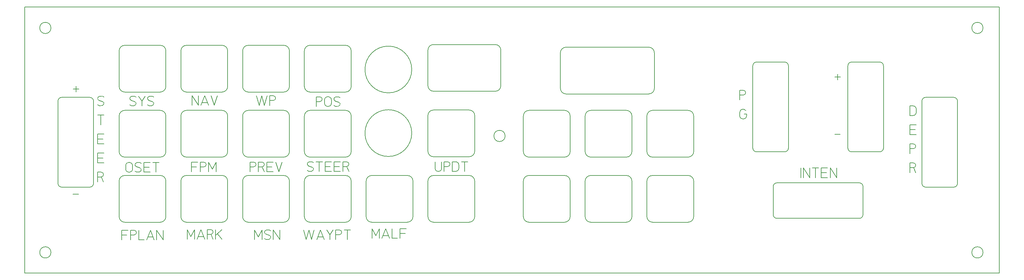
<source format=gbr>
G04 #@! TF.GenerationSoftware,KiCad,Pcbnew,(5.1.4)-1*
G04 #@! TF.CreationDate,2019-08-18T12:41:48-04:00*
G04 #@! TF.ProjectId,A-10C-UFC,412d3130-432d-4554-9643-2e6b69636164,1.2*
G04 #@! TF.SameCoordinates,Original*
G04 #@! TF.FileFunction,Drawing*
%FSLAX46Y46*%
G04 Gerber Fmt 4.6, Leading zero omitted, Abs format (unit mm)*
G04 Created by KiCad (PCBNEW (5.1.4)-1) date 2019-08-18 12:41:48*
%MOMM*%
%LPD*%
G04 APERTURE LIST*
%ADD10C,0.200000*%
G04 APERTURE END LIST*
D10*
X106650940Y-80668000D02*
X106650940Y-78105000D01*
X145256270Y-95766000D02*
X146196040Y-95766000D01*
X145256270Y-98329000D02*
X145256270Y-95766000D01*
X94237863Y-80771528D02*
G75*
G02X93440483Y-80800006I-454304J1542948D01*
G01*
X169456040Y-76932000D02*
X185935040Y-76932000D01*
X169456040Y-76932000D02*
G75*
G02X167956040Y-75432000I0J1500000D01*
G01*
X167955540Y-83432000D02*
X167955540Y-92932000D01*
X167955540Y-83432000D02*
G75*
G02X169455540Y-81932000I1500000J0D01*
G01*
X178955540Y-81932000D02*
X169455540Y-81932000D01*
X178955540Y-81932000D02*
G75*
G02X180455540Y-83432000I0J-1500000D01*
G01*
X299923540Y-79556000D02*
G75*
G02X300923540Y-78556000I1000000J0D01*
G01*
X308423540Y-78556000D02*
X300923540Y-78556000D01*
X308423540Y-78556000D02*
G75*
G02X309423540Y-79556000I0J-1000000D01*
G01*
X309423540Y-101556000D02*
X309423540Y-79556000D01*
X296696270Y-80839000D02*
X297579080Y-80839000D01*
X251254275Y-82600333D02*
G75*
G02X252877502Y-82116213I877635J20693D01*
G01*
X251254270Y-83454670D02*
X251254270Y-82600330D01*
X296696270Y-97359500D02*
X297693000Y-97359500D01*
X297636040Y-97359500D02*
X296696270Y-97359500D01*
X297636040Y-96077999D02*
G75*
G02X297636040Y-97359501I0J-640751D01*
G01*
X296696270Y-96078000D02*
X297636040Y-96078000D01*
X124634530Y-115098630D02*
X125631250Y-115440370D01*
X124634531Y-115098641D02*
G75*
G02X124378229Y-114301258I166968J493551D01*
G01*
X136455540Y-111932000D02*
G75*
G02X134955540Y-110432000I0J1500000D01*
G01*
X134955540Y-83534000D02*
X134955540Y-93034000D01*
X134955540Y-83534000D02*
G75*
G02X136455540Y-82034000I1500000J0D01*
G01*
X145955540Y-82034000D02*
X136455540Y-82034000D01*
X145955540Y-82034000D02*
G75*
G02X147455540Y-83534000I0J-1500000D01*
G01*
X144102297Y-78400994D02*
G75*
G02X144500988Y-78657295I-142857J-660466D01*
G01*
X140343270Y-79255330D02*
X140343270Y-80109670D01*
X158371270Y-116245000D02*
X159795160Y-116245000D01*
X158371270Y-113682000D02*
X158371270Y-116245000D01*
X156692000Y-113682000D02*
X157688720Y-116245000D01*
X69122540Y-79556000D02*
X69122540Y-101556000D01*
X69122540Y-79556000D02*
G75*
G02X70122540Y-78556000I1000000J0D01*
G01*
X77622540Y-78556000D02*
X70122540Y-78556000D01*
X77622540Y-78556000D02*
G75*
G02X78622540Y-79556000I0J-1000000D01*
G01*
X88656530Y-79347630D02*
X89653250Y-79689370D01*
X104749270Y-95878000D02*
X104749270Y-98441000D01*
X178955540Y-99432000D02*
G75*
G02X180455540Y-100932000I0J-1500000D01*
G01*
X180455540Y-110432000D02*
X180455540Y-100932000D01*
X180455540Y-110432000D02*
G75*
G02X178955540Y-111932000I-1500000J0D01*
G01*
X169455540Y-111932000D02*
X178955540Y-111932000D01*
X169455540Y-111932000D02*
G75*
G02X167955540Y-110432000I0J1500000D01*
G01*
X134955540Y-66137000D02*
G75*
G02X136455540Y-64637000I1500000J0D01*
G01*
X145955540Y-64637000D02*
X136455540Y-64637000D01*
X145955540Y-64637000D02*
G75*
G02X147455540Y-66137000I0J-1500000D01*
G01*
X147455540Y-75637000D02*
X147455540Y-66137000D01*
X204455540Y-82034000D02*
X194955540Y-82034000D01*
X204455540Y-82034000D02*
G75*
G02X205955540Y-83534000I0J-1500000D01*
G01*
X205955540Y-93034000D02*
X205955540Y-83534000D01*
X205955540Y-93034000D02*
G75*
G02X204455540Y-94534000I-1500000J0D01*
G01*
X194955540Y-94534000D02*
X204455540Y-94534000D01*
X205955540Y-110432000D02*
G75*
G02X204455540Y-111932000I-1500000J0D01*
G01*
X194955540Y-111932000D02*
X204455540Y-111932000D01*
X194955540Y-111932000D02*
G75*
G02X193455540Y-110432000I0J1500000D01*
G01*
X193455540Y-83534000D02*
X193455540Y-93034000D01*
X193455540Y-83534000D02*
G75*
G02X194955540Y-82034000I1500000J0D01*
G01*
X109362270Y-95878000D02*
X110359000Y-97729060D01*
X109362270Y-98441000D02*
X109362270Y-95878000D01*
X175381080Y-98329000D02*
X174498270Y-98329000D01*
X176206937Y-97474669D02*
G75*
G02X175381083Y-98328999I-824427J-29381D01*
G01*
X176206940Y-96620330D02*
X176206940Y-97474670D01*
X194955540Y-94534000D02*
G75*
G02X193455540Y-93034000I0J1500000D01*
G01*
X163636540Y-71107000D02*
G75*
G03X163636540Y-71107000I-6250000J0D01*
G01*
X167955540Y-100932000D02*
X167955540Y-110432000D01*
X167955540Y-100932000D02*
G75*
G02X169455540Y-99432000I1500000J0D01*
G01*
X178955540Y-99432000D02*
X169455540Y-99432000D01*
X87221270Y-96824330D02*
X87221270Y-97678670D01*
X141796610Y-115269500D02*
X141796610Y-116551000D01*
X140942270Y-113988000D02*
X141796610Y-115269500D01*
X139263000Y-113988000D02*
X140259720Y-116551000D01*
X227955540Y-111932000D02*
G75*
G02X226455540Y-110432000I0J1500000D01*
G01*
X226455540Y-83534000D02*
X226455540Y-93034000D01*
X226455540Y-83534000D02*
G75*
G02X227955540Y-82034000I1500000J0D01*
G01*
X237455540Y-82034000D02*
X227955540Y-82034000D01*
X237455540Y-82034000D02*
G75*
G02X238955540Y-83534000I0J-1500000D01*
G01*
X220955540Y-82034000D02*
G75*
G02X222455540Y-83534000I0J-1500000D01*
G01*
X222455540Y-93034000D02*
X222455540Y-83534000D01*
X222455540Y-93034000D02*
G75*
G02X220955540Y-94534000I-1500000J0D01*
G01*
X211455540Y-94534000D02*
X220955540Y-94534000D01*
X211455540Y-94534000D02*
G75*
G02X209955540Y-93034000I0J1500000D01*
G01*
X120451270Y-98410000D02*
X120451270Y-95847000D01*
X126616040Y-79406500D02*
X125676270Y-79406500D01*
X93127232Y-78550262D02*
G75*
G02X93525920Y-78265485I618128J-443908D01*
G01*
X95504270Y-114050000D02*
X97212940Y-116613000D01*
X320602540Y-125496000D02*
X60252540Y-125496000D01*
X276618270Y-88424500D02*
X278099120Y-88424500D01*
X277419910Y-73860920D02*
X277419910Y-72380080D01*
X276679480Y-73120500D02*
X278160330Y-73120500D01*
X297693000Y-97359500D02*
X298262550Y-98641000D01*
X130955540Y-110432000D02*
G75*
G02X129455540Y-111932000I-1500000J0D01*
G01*
X119955540Y-111932000D02*
X129455540Y-111932000D01*
X119955540Y-111932000D02*
G75*
G02X118455540Y-110432000I0J1500000D01*
G01*
X118455540Y-83534000D02*
X118455540Y-93034000D01*
X283187540Y-101406000D02*
G75*
G02X284187540Y-102406000I0J-1000000D01*
G01*
X284187540Y-109906000D02*
X284187540Y-102406000D01*
X284187540Y-109906000D02*
G75*
G02X283187540Y-110906000I-1000000J0D01*
G01*
X280149540Y-70116000D02*
X280149540Y-92116000D01*
X268250270Y-99992000D02*
X268250270Y-97429000D01*
X267567270Y-97429000D02*
X267567270Y-99992000D01*
X177744610Y-95767000D02*
X177744610Y-98330000D01*
X151455540Y-100932000D02*
X151455540Y-110432000D01*
X151455540Y-100932000D02*
G75*
G02X152955540Y-99432000I1500000J0D01*
G01*
X162455540Y-99432000D02*
X152955540Y-99432000D01*
X162455540Y-99432000D02*
G75*
G02X163955540Y-100932000I0J-1500000D01*
G01*
X163955540Y-110432000D02*
X163955540Y-100932000D01*
X78622540Y-101556000D02*
X78622540Y-79556000D01*
X78622540Y-101556000D02*
G75*
G02X77622540Y-102556000I-1000000J0D01*
G01*
X70122540Y-102556000D02*
X77622540Y-102556000D01*
X70122540Y-102556000D02*
G75*
G02X69122540Y-101556000I0J1000000D01*
G01*
X316252540Y-119996000D02*
G75*
G03X316252540Y-119996000I-1500000J0D01*
G01*
X316252540Y-59996000D02*
G75*
G03X316252540Y-59996000I-1500000J0D01*
G01*
X67252540Y-119996000D02*
G75*
G03X67252540Y-119996000I-1500000J0D01*
G01*
X67252540Y-59996000D02*
G75*
G03X67252540Y-59996000I-1500000J0D01*
G01*
X188579540Y-88868000D02*
G75*
G03X188579540Y-88868000I-1500000J0D01*
G01*
X136200916Y-95794472D02*
G75*
G02X136998296Y-95765995I454304J-1542948D01*
G01*
X136998297Y-95765994D02*
G75*
G02X137396988Y-96022295I-142857J-660466D01*
G01*
X146409610Y-113988000D02*
X146409610Y-116551000D01*
X147263940Y-113988000D02*
X146409610Y-113988000D01*
X145555270Y-113988000D02*
X147263940Y-113988000D01*
X89043850Y-97678670D02*
X89043850Y-96824330D01*
X140343270Y-79255330D02*
G75*
G02X142165850Y-79255330I911290J0D01*
G01*
X142165850Y-80109670D02*
X142165850Y-79255330D01*
X289649540Y-92116000D02*
G75*
G02X288649540Y-93116000I-1000000J0D01*
G01*
X281149540Y-93116000D02*
X288649540Y-93116000D01*
X281149540Y-93116000D02*
G75*
G02X280149540Y-92116000I0J1000000D01*
G01*
X254755540Y-70116000D02*
X254755540Y-92116000D01*
X110864610Y-80668000D02*
X111718940Y-78105000D01*
X298404937Y-82547669D02*
G75*
G02X297579083Y-83401999I-824427J-29381D01*
G01*
X298404940Y-81693330D02*
X298404940Y-82547670D01*
X297579087Y-80839001D02*
G75*
G02X298404940Y-81693332I-33167J-858389D01*
G01*
X88798916Y-78265472D02*
G75*
G02X89596296Y-78236995I454304J-1542948D01*
G01*
X296696270Y-87200500D02*
X298120160Y-87200500D01*
X296696270Y-83402000D02*
X296696270Y-80839000D01*
X297579080Y-83402000D02*
X296696270Y-83402000D01*
X90040530Y-97080630D02*
X91037250Y-97422370D01*
X118455540Y-66137000D02*
G75*
G02X119955540Y-64637000I1500000J0D01*
G01*
X129455540Y-64637000D02*
X119955540Y-64637000D01*
X129455540Y-64637000D02*
G75*
G02X130955540Y-66137000I0J-1500000D01*
G01*
X130955540Y-75637000D02*
X130955540Y-66137000D01*
X101955540Y-100932000D02*
G75*
G02X103455540Y-99432000I1500000J0D01*
G01*
X112955540Y-99432000D02*
X103455540Y-99432000D01*
X112955540Y-99432000D02*
G75*
G02X114455540Y-100932000I0J-1500000D01*
G01*
X114455540Y-110432000D02*
X114455540Y-100932000D01*
X143162530Y-79511630D02*
X144159250Y-79853370D01*
X143162532Y-79511642D02*
G75*
G02X142906229Y-78714258I166968J493552D01*
G01*
X138122270Y-80964000D02*
X138122270Y-78401000D01*
X128364940Y-116551000D02*
X128364940Y-113988000D01*
X209955540Y-100932000D02*
G75*
G02X211455540Y-99432000I1500000J0D01*
G01*
X220955540Y-99432000D02*
X211455540Y-99432000D01*
X220955540Y-99432000D02*
G75*
G02X222455540Y-100932000I0J-1500000D01*
G01*
X222455540Y-110432000D02*
X222455540Y-100932000D01*
X222455540Y-110432000D02*
G75*
G02X220955540Y-111932000I-1500000J0D01*
G01*
X252192040Y-77947500D02*
X251252270Y-77947500D01*
X252192040Y-76666000D02*
G75*
G02X252192040Y-77947500I0J-640750D01*
G01*
X251252270Y-76666000D02*
X252192040Y-76666000D01*
X87816940Y-114050000D02*
X86108270Y-114050000D01*
X90721270Y-116613000D02*
X92145160Y-116613000D01*
X86108270Y-114050000D02*
X86108270Y-116613000D01*
X155695270Y-116245000D02*
X156692000Y-113682000D01*
X155980050Y-115533060D02*
X157403940Y-115533060D01*
X155012720Y-113682000D02*
X155012720Y-116245000D01*
X107334270Y-80668000D02*
X108331000Y-78105000D01*
X163955540Y-110432000D02*
G75*
G02X162455540Y-111932000I-1500000J0D01*
G01*
X152955540Y-111932000D02*
X162455540Y-111932000D01*
X152955540Y-111932000D02*
G75*
G02X151455540Y-110432000I0J1500000D01*
G01*
X134955540Y-100932000D02*
X134955540Y-110432000D01*
X134955540Y-100932000D02*
G75*
G02X136455540Y-99432000I1500000J0D01*
G01*
X92828270Y-116613000D02*
X93825000Y-114050000D01*
X60252540Y-54376000D02*
X320602540Y-54376000D01*
X173217040Y-95766000D02*
G75*
G02X173217040Y-97047500I0J-640750D01*
G01*
X172277270Y-95766000D02*
X173217040Y-95766000D01*
X172277270Y-98329000D02*
X172277270Y-95766000D01*
X79711270Y-88385000D02*
X79711270Y-90948000D01*
X81419940Y-88385000D02*
X79711270Y-88385000D01*
X79711270Y-89666500D02*
X81135160Y-89666500D01*
X136058532Y-96876642D02*
G75*
G02X135802229Y-96079258I166968J493552D01*
G01*
X135802232Y-96079262D02*
G75*
G02X136200920Y-95794485I618128J-443908D01*
G01*
X193455540Y-100932000D02*
X193455540Y-110432000D01*
X193455540Y-100932000D02*
G75*
G02X194955540Y-99432000I1500000J0D01*
G01*
X204455540Y-99432000D02*
X194955540Y-99432000D01*
X204455540Y-99432000D02*
G75*
G02X205955540Y-100932000I0J-1500000D01*
G01*
X205955540Y-110432000D02*
X205955540Y-100932000D01*
X80122482Y-80789008D02*
G75*
G02X79723791Y-80532706I142858J660468D01*
G01*
X80919863Y-80760529D02*
G75*
G02X80122483Y-80789006I-454303J1542949D01*
G01*
X81318547Y-80475739D02*
G75*
G02X80919859Y-80760516I-618127J443909D01*
G01*
X130955540Y-93034000D02*
G75*
G02X129455540Y-94534000I-1500000J0D01*
G01*
X119955540Y-94534000D02*
X129455540Y-94534000D01*
X119955540Y-94534000D02*
G75*
G02X118455540Y-93034000I0J1500000D01*
G01*
X118455540Y-66137000D02*
X118455540Y-75637000D01*
X106457940Y-95878000D02*
X104749270Y-95878000D01*
X160478270Y-113682000D02*
X160478270Y-116245000D01*
X162186940Y-113682000D02*
X160478270Y-113682000D01*
X160478270Y-114963500D02*
X161902160Y-114963500D01*
X296696270Y-93561000D02*
X296696270Y-90998000D01*
X296696270Y-88482000D02*
X298404940Y-88482000D01*
X296696270Y-85919000D02*
X296696270Y-88482000D01*
X298404940Y-85919000D02*
X296696270Y-85919000D01*
X125676270Y-80688000D02*
X125676270Y-78125000D01*
X124281110Y-80688000D02*
X124993050Y-78125000D01*
X273034270Y-99992000D02*
X274742940Y-99992000D01*
X273034270Y-97429000D02*
X273034270Y-99992000D01*
X274742940Y-97429000D02*
X273034270Y-97429000D01*
X180455540Y-92932000D02*
X180455540Y-83432000D01*
X180455540Y-92932000D02*
G75*
G02X178955540Y-94432000I-1500000J0D01*
G01*
X169455540Y-94432000D02*
X178955540Y-94432000D01*
X169455540Y-94432000D02*
G75*
G02X167955540Y-92932000I0J1500000D01*
G01*
X226455540Y-100932000D02*
X226455540Y-110432000D01*
X226455540Y-100932000D02*
G75*
G02X227955540Y-99432000I1500000J0D01*
G01*
X145955540Y-99432000D02*
X136455540Y-99432000D01*
X145955540Y-99432000D02*
G75*
G02X147455540Y-100932000I0J-1500000D01*
G01*
X147455540Y-110432000D02*
X147455540Y-100932000D01*
X147455540Y-110432000D02*
G75*
G02X145955540Y-111932000I-1500000J0D01*
G01*
X136455540Y-111932000D02*
X145955540Y-111932000D01*
X81419940Y-93465000D02*
X79711270Y-93465000D01*
X79711270Y-94746500D02*
X81135160Y-94746500D01*
X79711270Y-90948000D02*
X81419940Y-90948000D01*
X270642270Y-97429000D02*
X272350940Y-97429000D01*
X269958940Y-99992000D02*
X269958940Y-97429000D01*
X268250270Y-97429000D02*
X269958940Y-99992000D01*
X90894863Y-98504529D02*
G75*
G02X90097483Y-98533006I-454303J1542949D01*
G01*
X90040532Y-97080642D02*
G75*
G02X89784229Y-96283258I166968J493552D01*
G01*
X89510863Y-80771529D02*
G75*
G02X88713483Y-80800006I-454303J1542949D01*
G01*
X122145270Y-78125000D02*
X122857220Y-80688000D01*
X111693400Y-115026110D02*
X112917940Y-113887000D01*
X108081040Y-97159500D02*
X107141270Y-97159500D01*
X108081040Y-95878000D02*
G75*
G02X108081040Y-97159500I0J-640750D01*
G01*
X89440040Y-115331500D02*
X88500270Y-115331500D01*
X124893270Y-97128500D02*
X126317160Y-97128500D01*
X123669000Y-97128500D02*
X124238550Y-98410000D01*
X60252540Y-125496000D02*
X60252540Y-54376000D01*
X89440040Y-114049999D02*
G75*
G02X89440040Y-115331501I0J-640751D01*
G01*
X123569160Y-78125000D02*
X124281110Y-80688000D01*
X122857220Y-80688000D02*
X123569160Y-78125000D01*
X91532610Y-80800000D02*
X91532610Y-79518500D01*
X144415547Y-80650739D02*
G75*
G02X144016859Y-80935516I-618127J443909D01*
G01*
X144159249Y-79853358D02*
G75*
G02X144415550Y-80650743I-166969J-493552D01*
G01*
X138080270Y-95766000D02*
X139788940Y-95766000D01*
X136115482Y-98329008D02*
G75*
G02X135716791Y-98072706I142858J660468D01*
G01*
X94323297Y-78236994D02*
G75*
G02X94721988Y-78493295I-142857J-660466D01*
G01*
X93383529Y-79347630D02*
X94380250Y-79689370D01*
X127285270Y-95847000D02*
X128139610Y-98410000D01*
X124893270Y-98410000D02*
X126601940Y-98410000D01*
X111355720Y-95878000D02*
X111355720Y-98441000D01*
X110359000Y-97729060D02*
X111355720Y-95878000D01*
X140472270Y-98329000D02*
X142180940Y-98329000D01*
X140472270Y-95766000D02*
X140472270Y-98329000D01*
X93383532Y-79347642D02*
G75*
G02X93127229Y-78550258I166968J493552D01*
G01*
X138934610Y-95766000D02*
X138934610Y-98329000D01*
X139788940Y-95766000D02*
X138934610Y-95766000D01*
X103636270Y-113887000D02*
X104633000Y-115738060D01*
X103636270Y-116450000D02*
X103636270Y-113887000D01*
X203351040Y-66646000D02*
X203351040Y-76146000D01*
X203351040Y-66646000D02*
G75*
G02X204851040Y-65146000I1500000J0D01*
G01*
X226952040Y-65146000D02*
X204851040Y-65146000D01*
X226952040Y-65146000D02*
G75*
G02X228452040Y-66646000I0J-1500000D01*
G01*
X228452040Y-76146000D02*
X228452040Y-66646000D01*
X228452040Y-76146000D02*
G75*
G02X226952040Y-77646000I-1500000J0D01*
G01*
X204851040Y-77646000D02*
X226952040Y-77646000D01*
X147455540Y-75637000D02*
G75*
G02X145955540Y-77137000I-1500000J0D01*
G01*
X136455540Y-77137000D02*
X145955540Y-77137000D01*
X136455540Y-77137000D02*
G75*
G02X134955540Y-75637000I0J1500000D01*
G01*
X118455540Y-100932000D02*
X118455540Y-110432000D01*
X85455540Y-66137000D02*
X85455540Y-75637000D01*
X85455540Y-66137000D02*
G75*
G02X86955540Y-64637000I1500000J0D01*
G01*
X96455540Y-64637000D02*
X86955540Y-64637000D01*
X96455540Y-64637000D02*
G75*
G02X97955540Y-66137000I0J-1500000D01*
G01*
X126656269Y-113988000D02*
X128364940Y-116551000D01*
X126656269Y-116551000D02*
X126656269Y-113988000D01*
X118455540Y-100932000D02*
G75*
G02X119955540Y-99432000I1500000J0D01*
G01*
X129455540Y-99432000D02*
X119955540Y-99432000D01*
X129455540Y-99432000D02*
G75*
G02X130955540Y-100932000I0J-1500000D01*
G01*
X130955540Y-110432000D02*
X130955540Y-100932000D01*
X94454270Y-95970000D02*
X96162940Y-95970000D01*
X91293547Y-98219739D02*
G75*
G02X90894859Y-98504516I-618127J443909D01*
G01*
X105629720Y-113887000D02*
X105629720Y-116450000D01*
X104633000Y-115738060D02*
X105629720Y-113887000D01*
X90980297Y-95969994D02*
G75*
G02X91378988Y-96226295I-142857J-660466D01*
G01*
X90182916Y-95998472D02*
G75*
G02X90980296Y-95969995I454304J-1542948D01*
G01*
X79809232Y-78539262D02*
G75*
G02X80207920Y-78254485I618128J-443908D01*
G01*
X80207916Y-78254472D02*
G75*
G02X81005296Y-78225995I454304J-1542948D01*
G01*
X81005297Y-78225994D02*
G75*
G02X81403988Y-78482295I-142857J-660466D01*
G01*
X125887547Y-116237739D02*
G75*
G02X125488859Y-116522516I-618127J443909D01*
G01*
X125631249Y-115440358D02*
G75*
G02X125887550Y-116237743I-166969J-493552D01*
G01*
X136912863Y-98300529D02*
G75*
G02X136115483Y-98329006I-454303J1542949D01*
G01*
X137311547Y-98015739D02*
G75*
G02X136912859Y-98300516I-618127J443909D01*
G01*
X111209270Y-115481760D02*
X111693400Y-115026110D01*
X111209270Y-116450000D02*
X111209270Y-115481760D01*
X104942270Y-80668000D02*
X104942270Y-78105000D01*
X92062270Y-97251500D02*
X93486160Y-97251500D01*
X171593940Y-97531620D02*
X171593940Y-95766000D01*
X171593940Y-97531620D02*
G75*
G02X169885280Y-97531620I-854330J0D01*
G01*
X169885270Y-95766000D02*
X169885270Y-97531620D01*
X92062270Y-95970000D02*
X92062270Y-98533000D01*
X144572940Y-95766000D02*
X142864270Y-95766000D01*
X142864270Y-97047500D02*
X144288160Y-97047500D01*
X108988270Y-115168500D02*
X109985000Y-115168500D01*
X109928040Y-115168500D02*
X108988270Y-115168500D01*
X107141270Y-95878000D02*
X108081040Y-95878000D01*
X107141270Y-98441000D02*
X107141270Y-95878000D01*
X96162940Y-95970000D02*
X95308610Y-95970000D01*
X80651040Y-99825500D02*
X79711270Y-99825500D01*
X80651040Y-98544000D02*
G75*
G02X80651040Y-99825500I0J-640750D01*
G01*
X79711270Y-98544000D02*
X80651040Y-98544000D01*
X139062040Y-78401000D02*
G75*
G02X139062040Y-79682500I0J-640750D01*
G01*
X138122270Y-78401000D02*
X139062040Y-78401000D01*
X251252270Y-79229000D02*
X251252270Y-76666000D01*
X80708000Y-99825500D02*
X81277550Y-101107000D01*
X79711270Y-99825500D02*
X80708000Y-99825500D01*
X85455540Y-100932000D02*
G75*
G02X86955540Y-99432000I1500000J0D01*
G01*
X96455540Y-99432000D02*
X86955540Y-99432000D01*
X96455540Y-99432000D02*
G75*
G02X97955540Y-100932000I0J-1500000D01*
G01*
X97955540Y-110432000D02*
X97955540Y-100932000D01*
X147455540Y-93034000D02*
X147455540Y-83534000D01*
X147455540Y-93034000D02*
G75*
G02X145955540Y-94534000I-1500000J0D01*
G01*
X136455540Y-94534000D02*
X145955540Y-94534000D01*
X136455540Y-94534000D02*
G75*
G02X134955540Y-93034000I0J1500000D01*
G01*
X134955540Y-66137000D02*
X134955540Y-75637000D01*
X320602540Y-54376000D02*
X320602540Y-125496000D01*
X143334270Y-116551000D02*
X143334270Y-113988000D01*
X141796610Y-115269500D02*
X142650940Y-113988000D01*
X141796610Y-116551000D02*
X141796610Y-115269500D01*
X104749270Y-97159500D02*
X106173160Y-97159500D01*
X111209270Y-113887000D02*
X111209270Y-116450000D01*
X109985000Y-115168500D02*
X110554550Y-116450000D01*
X126616040Y-78125000D02*
G75*
G02X126616040Y-79406500I0J-640750D01*
G01*
X125676270Y-78125000D02*
X126616040Y-78125000D01*
X123612040Y-95847000D02*
G75*
G02X123612040Y-97128500I0J-640750D01*
G01*
X122672270Y-95847000D02*
X123612040Y-95847000D01*
X88400232Y-78550262D02*
G75*
G02X88798920Y-78265485I618128J-443908D01*
G01*
X136159160Y-113988000D02*
X136871110Y-116551000D01*
X135447220Y-116551000D02*
X136159160Y-113988000D01*
X134735270Y-113988000D02*
X135447220Y-116551000D01*
X237455540Y-99432000D02*
X227955540Y-99432000D01*
X237455540Y-99432000D02*
G75*
G02X238955540Y-100932000I0J-1500000D01*
G01*
X238955540Y-110432000D02*
X238955540Y-100932000D01*
X238955540Y-110432000D02*
G75*
G02X237455540Y-111932000I-1500000J0D01*
G01*
X227955540Y-111932000D02*
X237455540Y-111932000D01*
X90097482Y-98533008D02*
G75*
G02X89698791Y-98276706I142858J660468D01*
G01*
X89784232Y-96283262D02*
G75*
G02X90182920Y-95998485I618128J-443908D01*
G01*
X101955540Y-83534000D02*
G75*
G02X103455540Y-82034000I1500000J0D01*
G01*
X112955540Y-82034000D02*
X103455540Y-82034000D01*
X112955540Y-82034000D02*
G75*
G02X114455540Y-83534000I0J-1500000D01*
G01*
X114455540Y-93034000D02*
X114455540Y-83534000D01*
X114455540Y-110432000D02*
G75*
G02X112955540Y-111932000I-1500000J0D01*
G01*
X103455540Y-111932000D02*
X112955540Y-111932000D01*
X103455540Y-111932000D02*
G75*
G02X101955540Y-110432000I0J1500000D01*
G01*
X101955540Y-83534000D02*
X101955540Y-93034000D01*
X97955540Y-93034000D02*
X97955540Y-83534000D01*
X97955540Y-93034000D02*
G75*
G02X96455540Y-94534000I-1500000J0D01*
G01*
X86955540Y-94534000D02*
X96455540Y-94534000D01*
X86955540Y-94534000D02*
G75*
G02X85455540Y-93034000I0J1500000D01*
G01*
X97955540Y-110432000D02*
G75*
G02X96455540Y-111932000I-1500000J0D01*
G01*
X86955540Y-111932000D02*
X96455540Y-111932000D01*
X86955540Y-111932000D02*
G75*
G02X85455540Y-110432000I0J1500000D01*
G01*
X261187540Y-110906000D02*
X283187540Y-110906000D01*
X112917940Y-116450000D02*
X111693400Y-115026110D01*
X111693400Y-115026110D02*
X112917940Y-116450000D01*
X261187540Y-110906000D02*
G75*
G02X260187540Y-109906000I0J1000000D01*
G01*
X260187540Y-102406000D02*
X260187540Y-109906000D01*
X260187540Y-102406000D02*
G75*
G02X261187540Y-101406000I1000000J0D01*
G01*
X283187540Y-101406000D02*
X261187540Y-101406000D01*
X296696270Y-98641000D02*
X296696270Y-96078000D01*
X297636040Y-92279500D02*
X296696270Y-92279500D01*
X297636040Y-90998000D02*
G75*
G02X297636040Y-92279500I0J-640750D01*
G01*
X296696270Y-90998000D02*
X297636040Y-90998000D01*
X88656532Y-79347642D02*
G75*
G02X88400229Y-78550258I166968J493552D01*
G01*
X146196040Y-97047500D02*
X145256270Y-97047500D01*
X146196040Y-95766000D02*
G75*
G02X146196040Y-97047500I0J-640750D01*
G01*
X73150270Y-104434500D02*
X74631120Y-104434500D01*
X73952910Y-77075920D02*
X73952910Y-75595080D01*
X73212480Y-76335500D02*
X74693330Y-76335500D01*
X95504270Y-116613000D02*
X95504270Y-114050000D01*
X104942270Y-78105000D02*
X106650940Y-80668000D01*
X114455540Y-75637000D02*
G75*
G02X112955540Y-77137000I-1500000J0D01*
G01*
X103455540Y-77137000D02*
X112955540Y-77137000D01*
X103455540Y-77137000D02*
G75*
G02X101955540Y-75637000I0J1500000D01*
G01*
X85455540Y-100932000D02*
X85455540Y-110432000D01*
X93113049Y-115901060D02*
X94536940Y-115901060D01*
X91037249Y-97422358D02*
G75*
G02X91293550Y-98219743I-166969J-493552D01*
G01*
X124691482Y-116551008D02*
G75*
G02X124292791Y-116294706I142858J660468D01*
G01*
X125488863Y-116522529D02*
G75*
G02X124691483Y-116551006I-454303J1542949D01*
G01*
X109928040Y-113886999D02*
G75*
G02X109928040Y-115168501I0J-640751D01*
G01*
X108988270Y-113887000D02*
X109928040Y-113887000D01*
X142180940Y-95766000D02*
X140472270Y-95766000D01*
X140472270Y-97047500D02*
X141896160Y-97047500D01*
X204851040Y-77646000D02*
G75*
G02X203351040Y-76146000I0J1500000D01*
G01*
X167956040Y-65932000D02*
X167956040Y-75432000D01*
X167956040Y-65932000D02*
G75*
G02X169456040Y-64432000I1500000J0D01*
G01*
X185935040Y-64432000D02*
X169456040Y-64432000D01*
X185935040Y-64432000D02*
G75*
G02X187435040Y-65932000I0J-1500000D01*
G01*
X187435040Y-75432000D02*
X187435040Y-65932000D01*
X187435040Y-75432000D02*
G75*
G02X185935040Y-76932000I-1500000J0D01*
G01*
X114455540Y-93034000D02*
G75*
G02X112955540Y-94534000I-1500000J0D01*
G01*
X103455540Y-94534000D02*
X112955540Y-94534000D01*
X103455540Y-94534000D02*
G75*
G02X101955540Y-93034000I0J1500000D01*
G01*
X101955540Y-66137000D02*
X101955540Y-75637000D01*
X93525916Y-78265472D02*
G75*
G02X94323296Y-78236995I454304J-1542948D01*
G01*
X264255540Y-92116000D02*
G75*
G02X263255540Y-93116000I-1000000J0D01*
G01*
X255755540Y-93116000D02*
X263255540Y-93116000D01*
X255755540Y-93116000D02*
G75*
G02X254755540Y-92116000I0J1000000D01*
G01*
X299923540Y-79556000D02*
X299923540Y-101556000D01*
X118455540Y-83534000D02*
G75*
G02X119955540Y-82034000I1500000J0D01*
G01*
X129455540Y-82034000D02*
X119955540Y-82034000D01*
X129455540Y-82034000D02*
G75*
G02X130955540Y-83534000I0J-1500000D01*
G01*
X130955540Y-93034000D02*
X130955540Y-83534000D01*
X91532610Y-79518500D02*
X92386940Y-78237000D01*
X106312270Y-116450000D02*
X107309000Y-113887000D01*
X106597050Y-115738060D02*
X108020940Y-115738060D01*
X80565610Y-83306000D02*
X80565610Y-85869000D01*
X81419940Y-83306000D02*
X80565610Y-83306000D01*
X79711270Y-83306000D02*
X81419940Y-83306000D01*
X97212940Y-116613000D02*
X97212940Y-114050000D01*
X137055249Y-97218358D02*
G75*
G02X137311550Y-98015743I-166969J-493552D01*
G01*
X136058530Y-96876630D02*
X137055250Y-97218370D01*
X144274040Y-115269500D02*
X143334270Y-115269500D01*
X144274040Y-113988000D02*
G75*
G02X144274040Y-115269500I0J-640750D01*
G01*
X143334270Y-113988000D02*
X144274040Y-113988000D01*
X88500270Y-116613000D02*
X88500270Y-114050000D01*
X107619050Y-79956060D02*
X109042940Y-79956060D01*
X122672270Y-98410000D02*
X122672270Y-95847000D01*
X121391040Y-97128500D02*
X120451270Y-97128500D01*
X124893270Y-95847000D02*
X124893270Y-98410000D01*
X126601940Y-95847000D02*
X124893270Y-95847000D01*
X142864270Y-98329000D02*
X144572940Y-98329000D01*
X142864270Y-95766000D02*
X142864270Y-98329000D01*
X90678270Y-78237000D02*
X91532610Y-79518500D01*
X125574297Y-113987994D02*
G75*
G02X125972988Y-114244295I-142857J-660466D01*
G01*
X123638720Y-113988000D02*
X123638720Y-116551000D01*
X122672270Y-97128500D02*
X123669000Y-97128500D01*
X123612040Y-97128500D02*
X122672270Y-97128500D01*
X273034270Y-98710500D02*
X274458160Y-98710500D01*
X271496610Y-97429000D02*
X271496610Y-99992000D01*
X272350940Y-97429000D02*
X271496610Y-97429000D01*
X88713482Y-80800008D02*
G75*
G02X88314791Y-80543706I142858J660468D01*
G01*
X94380249Y-79689358D02*
G75*
G02X94636550Y-80486743I-166969J-493552D01*
G01*
X85455540Y-83534000D02*
X85455540Y-93034000D01*
X85455540Y-83534000D02*
G75*
G02X86955540Y-82034000I1500000J0D01*
G01*
X96455540Y-82034000D02*
X86955540Y-82034000D01*
X96455540Y-82034000D02*
G75*
G02X97955540Y-83534000I0J-1500000D01*
G01*
X89596297Y-78236994D02*
G75*
G02X89994988Y-78493295I-142857J-660466D01*
G01*
X121645270Y-116551000D02*
X121645270Y-113988000D01*
X128139610Y-98410000D02*
X128993940Y-95847000D01*
X254755540Y-70116000D02*
G75*
G02X255755540Y-69116000I1000000J0D01*
G01*
X263255540Y-69116000D02*
X255755540Y-69116000D01*
X263255540Y-69116000D02*
G75*
G02X264255540Y-70116000I0J-1000000D01*
G01*
X264255540Y-92116000D02*
X264255540Y-70116000D01*
X178598940Y-95767000D02*
X177744610Y-95767000D01*
X176890270Y-95767000D02*
X178598940Y-95767000D01*
X174498270Y-98329000D02*
X174498270Y-95766000D01*
X122642000Y-115839060D02*
X123638720Y-113988000D01*
X121645270Y-113988000D02*
X122642000Y-115839060D01*
X89909547Y-80486739D02*
G75*
G02X89510859Y-80771516I-618127J443909D01*
G01*
X138266270Y-116551000D02*
X139263000Y-113988000D01*
X138551050Y-115839060D02*
X139974940Y-115839060D01*
X136871110Y-116551000D02*
X137583050Y-113988000D01*
X309423540Y-101556000D02*
G75*
G02X308423540Y-102556000I-1000000J0D01*
G01*
X300923540Y-102556000D02*
X308423540Y-102556000D01*
X300923540Y-102556000D02*
G75*
G02X299923540Y-101556000I0J1000000D01*
G01*
X163636540Y-88107000D02*
G75*
G03X163636540Y-88107000I-6250000J0D01*
G01*
X154016000Y-115533060D02*
X155012720Y-113682000D01*
X153019270Y-113682000D02*
X154016000Y-115533060D01*
X153019270Y-116245000D02*
X153019270Y-113682000D01*
X92062270Y-98533000D02*
X93770940Y-98533000D01*
X146253000Y-97047500D02*
X146822550Y-98329000D01*
X145256270Y-97047500D02*
X146253000Y-97047500D01*
X93770940Y-95970000D02*
X92062270Y-95970000D01*
X253076851Y-83454670D02*
G75*
G02X251254269Y-83454670I-911291J0D01*
G01*
X253076850Y-83027500D02*
X253076850Y-83454670D01*
X252450340Y-83027500D02*
X253076850Y-83027500D01*
X108988270Y-116450000D02*
X108988270Y-113887000D01*
X107309000Y-113887000D02*
X108305720Y-116450000D01*
X89653249Y-79689358D02*
G75*
G02X89909550Y-80486743I-166969J-493552D01*
G01*
X101955540Y-66137000D02*
G75*
G02X103455540Y-64637000I1500000J0D01*
G01*
X112955540Y-64637000D02*
X103455540Y-64637000D01*
X112955540Y-64637000D02*
G75*
G02X114455540Y-66137000I0J-1500000D01*
G01*
X114455540Y-75637000D02*
X114455540Y-66137000D01*
X91532610Y-79518500D02*
X91532610Y-80800000D01*
X124378232Y-114301262D02*
G75*
G02X124776920Y-114016485I618128J-443908D01*
G01*
X124776916Y-114016472D02*
G75*
G02X125574296Y-113987995I454304J-1542948D01*
G01*
X86108270Y-115331500D02*
X87532160Y-115331500D01*
X97955540Y-75637000D02*
X97955540Y-66137000D01*
X97955540Y-75637000D02*
G75*
G02X96455540Y-77137000I-1500000J0D01*
G01*
X86955540Y-77137000D02*
X96455540Y-77137000D01*
X86955540Y-77137000D02*
G75*
G02X85455540Y-75637000I0J1500000D01*
G01*
X142165850Y-80109670D02*
G75*
G02X140343270Y-80109670I-911290J0D01*
G01*
X139062040Y-79682500D02*
X138122270Y-79682500D01*
X93825000Y-114050000D02*
X94821720Y-116613000D01*
X95308610Y-95970000D02*
X95308610Y-98533000D01*
X142906232Y-78714262D02*
G75*
G02X143304920Y-78429485I618128J-443908D01*
G01*
X143304916Y-78429472D02*
G75*
G02X144102296Y-78400995I454304J-1542948D01*
G01*
X143219482Y-80964008D02*
G75*
G02X142820791Y-80707706I142858J660468D01*
G01*
X144016863Y-80935529D02*
G75*
G02X143219483Y-80964006I-454303J1542949D01*
G01*
X238955540Y-93034000D02*
X238955540Y-83534000D01*
X238955540Y-93034000D02*
G75*
G02X237455540Y-94534000I-1500000J0D01*
G01*
X227955540Y-94534000D02*
X237455540Y-94534000D01*
X227955540Y-94534000D02*
G75*
G02X226455540Y-93034000I0J1500000D01*
G01*
X209955540Y-100932000D02*
X209955540Y-110432000D01*
X110010270Y-78105000D02*
X110864610Y-80668000D01*
X211455540Y-111932000D02*
X220955540Y-111932000D01*
X211455540Y-111932000D02*
G75*
G02X209955540Y-110432000I0J1500000D01*
G01*
X209955540Y-83534000D02*
X209955540Y-93034000D01*
X209955540Y-83534000D02*
G75*
G02X211455540Y-82034000I1500000J0D01*
G01*
X220955540Y-82034000D02*
X211455540Y-82034000D01*
X121391040Y-95847000D02*
G75*
G02X121391040Y-97128500I0J-640750D01*
G01*
X120451270Y-95847000D02*
X121391040Y-95847000D01*
X130955540Y-75637000D02*
G75*
G02X129455540Y-77137000I-1500000J0D01*
G01*
X119955540Y-77137000D02*
X129455540Y-77137000D01*
X119955540Y-77137000D02*
G75*
G02X118455540Y-75637000I0J1500000D01*
G01*
X101955540Y-100932000D02*
X101955540Y-110432000D01*
X89043851Y-97678670D02*
G75*
G02X87221269Y-97678670I-911291J0D01*
G01*
X88500270Y-114050000D02*
X89440040Y-114050000D01*
X81062249Y-79678358D02*
G75*
G02X81318550Y-80475743I-166969J-493552D01*
G01*
X80065530Y-79336630D02*
X81062250Y-79678370D01*
X80065532Y-79336642D02*
G75*
G02X79809229Y-78539258I166968J493552D01*
G01*
X277134940Y-99992000D02*
X277134940Y-97429000D01*
X275426270Y-97429000D02*
X277134940Y-99992000D01*
X275426270Y-99992000D02*
X275426270Y-97429000D01*
X175381087Y-95766001D02*
G75*
G02X176206940Y-96620332I-33167J-858389D01*
G01*
X174498270Y-95766000D02*
X175381080Y-95766000D01*
X173217040Y-97047500D02*
X172277270Y-97047500D01*
X94636547Y-80486739D02*
G75*
G02X94237859Y-80771516I-618127J443909D01*
G01*
X90721270Y-114050000D02*
X90721270Y-116613000D01*
X79711270Y-101107000D02*
X79711270Y-98544000D01*
X79711270Y-96028000D02*
X81419940Y-96028000D01*
X79711270Y-93465000D02*
X79711270Y-96028000D01*
X280149540Y-70116000D02*
G75*
G02X281149540Y-69116000I1000000J0D01*
G01*
X288649540Y-69116000D02*
X281149540Y-69116000D01*
X288649540Y-69116000D02*
G75*
G02X289649540Y-70116000I0J-1000000D01*
G01*
X289649540Y-92116000D02*
X289649540Y-70116000D01*
X93440482Y-80800008D02*
G75*
G02X93041791Y-80543706I142858J660468D01*
G01*
X87221270Y-96824330D02*
G75*
G02X89043850Y-96824330I911290J0D01*
G01*
X108331000Y-78105000D02*
X109327720Y-80668000D01*
M02*

</source>
